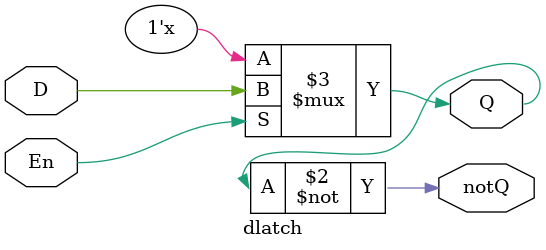
<source format=v>
module dlatch(
    input D, En,
    output reg Q, 
    output notQ
    );
    
    always @ (En) begin
        if (En)
            Q <= D;
    end
    
    assign notQ = ~Q;
    
endmodule

</source>
